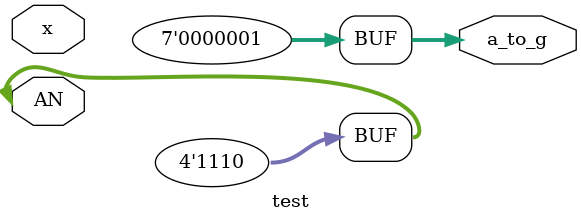
<source format=v>
module test(
    input[3:0] x,
    input[3:0] AN,
    output[6:0] a_to_g
);
    assign AN=4'b1110; //只让最后一个管子亮（低电平有效）
    assign a_to_g=7'b0000001;
endmodule
</source>
